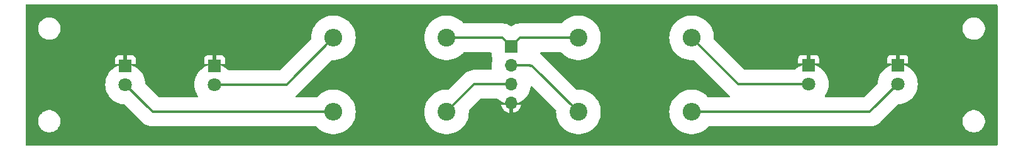
<source format=gbr>
%TF.GenerationSoftware,KiCad,Pcbnew,8.0.1*%
%TF.CreationDate,2025-01-25T17:14:54-05:00*%
%TF.ProjectId,carlights,6361726c-6967-4687-9473-2e6b69636164,rev?*%
%TF.SameCoordinates,Original*%
%TF.FileFunction,Copper,L2,Bot*%
%TF.FilePolarity,Positive*%
%FSLAX46Y46*%
G04 Gerber Fmt 4.6, Leading zero omitted, Abs format (unit mm)*
G04 Created by KiCad (PCBNEW 8.0.1) date 2025-01-25 17:14:54*
%MOMM*%
%LPD*%
G01*
G04 APERTURE LIST*
%TA.AperFunction,ComponentPad*%
%ADD10C,2.400000*%
%TD*%
%TA.AperFunction,ComponentPad*%
%ADD11O,2.400000X2.400000*%
%TD*%
%TA.AperFunction,ComponentPad*%
%ADD12R,1.700000X1.700000*%
%TD*%
%TA.AperFunction,ComponentPad*%
%ADD13O,1.700000X1.700000*%
%TD*%
%TA.AperFunction,ComponentPad*%
%ADD14R,1.800000X1.800000*%
%TD*%
%TA.AperFunction,ComponentPad*%
%ADD15C,1.800000*%
%TD*%
%TA.AperFunction,Conductor*%
%ADD16C,0.300000*%
%TD*%
G04 APERTURE END LIST*
D10*
%TO.P,R4,1*%
%TO.N,/Left*%
X147260000Y-103750000D03*
D11*
%TO.P,R4,2*%
%TO.N,Net-(D4-A)*%
X162500000Y-103750000D03*
%TD*%
D10*
%TO.P,R3,1*%
%TO.N,/Brake*%
X147260000Y-93750000D03*
D11*
%TO.P,R3,2*%
%TO.N,Net-(D3-A)*%
X162500000Y-93750000D03*
%TD*%
D10*
%TO.P,R2,1*%
%TO.N,/Brake*%
X129500000Y-93750000D03*
D11*
%TO.P,R2,2*%
%TO.N,Net-(D2-A)*%
X114260000Y-93750000D03*
%TD*%
D10*
%TO.P,R1,1*%
%TO.N,/Right*%
X129500000Y-103750000D03*
D11*
%TO.P,R1,2*%
%TO.N,Net-(D1-A)*%
X114260000Y-103750000D03*
%TD*%
D12*
%TO.P,J1,1,Pin_1*%
%TO.N,/Brake*%
X138200000Y-94950000D03*
D13*
%TO.P,J1,2,Pin_2*%
%TO.N,/Left*%
X138200000Y-97490000D03*
%TO.P,J1,3,Pin_3*%
%TO.N,/Right*%
X138200000Y-100030000D03*
%TO.P,J1,4,Pin_4*%
%TO.N,GND*%
X138200000Y-102570000D03*
%TD*%
D14*
%TO.P,D4,1,K*%
%TO.N,GND*%
X190250000Y-97460000D03*
D15*
%TO.P,D4,2,A*%
%TO.N,Net-(D4-A)*%
X190250000Y-100000000D03*
%TD*%
D14*
%TO.P,D3,1,K*%
%TO.N,GND*%
X178250000Y-97460000D03*
D15*
%TO.P,D3,2,A*%
%TO.N,Net-(D3-A)*%
X178250000Y-100000000D03*
%TD*%
D14*
%TO.P,D2,1,K*%
%TO.N,GND*%
X98250000Y-97500000D03*
D15*
%TO.P,D2,2,A*%
%TO.N,Net-(D2-A)*%
X98250000Y-100040000D03*
%TD*%
D14*
%TO.P,D1,1,K*%
%TO.N,GND*%
X86250000Y-97500000D03*
D15*
%TO.P,D1,2,A*%
%TO.N,Net-(D1-A)*%
X86250000Y-100040000D03*
%TD*%
D16*
%TO.N,Net-(D4-A)*%
X186500000Y-103750000D02*
X162500000Y-103750000D01*
X190250000Y-100000000D02*
X186500000Y-103750000D01*
%TO.N,Net-(D3-A)*%
X168750000Y-100000000D02*
X162500000Y-93750000D01*
X178250000Y-100000000D02*
X168750000Y-100000000D01*
%TO.N,/Brake*%
X139400000Y-93750000D02*
X147260000Y-93750000D01*
X138200000Y-94950000D02*
X139400000Y-93750000D01*
X137000000Y-93750000D02*
X138200000Y-94950000D01*
X129500000Y-93750000D02*
X137000000Y-93750000D01*
%TO.N,/Left*%
X141010000Y-97500000D02*
X140750000Y-97500000D01*
X147260000Y-103750000D02*
X141010000Y-97500000D01*
X140750000Y-97500000D02*
X140740000Y-97490000D01*
X140740000Y-97490000D02*
X138200000Y-97490000D01*
%TO.N,Net-(D2-A)*%
X107970000Y-100040000D02*
X114260000Y-93750000D01*
X98250000Y-100040000D02*
X107970000Y-100040000D01*
%TO.N,Net-(D1-A)*%
X89960000Y-103750000D02*
X86250000Y-100040000D01*
X114260000Y-103750000D02*
X89960000Y-103750000D01*
%TO.N,/Right*%
X133220000Y-100030000D02*
X138200000Y-100030000D01*
X129500000Y-103750000D02*
X133220000Y-100030000D01*
%TD*%
%TA.AperFunction,Conductor*%
%TO.N,GND*%
G36*
X203642539Y-89270185D02*
G01*
X203688294Y-89322989D01*
X203699500Y-89374500D01*
X203699500Y-108125500D01*
X203679815Y-108192539D01*
X203627011Y-108238294D01*
X203575500Y-108249500D01*
X72924500Y-108249500D01*
X72857461Y-108229815D01*
X72811706Y-108177011D01*
X72800500Y-108125500D01*
X72800500Y-105118097D01*
X74499500Y-105118097D01*
X74536446Y-105351368D01*
X74609433Y-105575996D01*
X74716657Y-105786433D01*
X74855483Y-105977510D01*
X75022490Y-106144517D01*
X75213567Y-106283343D01*
X75312991Y-106334002D01*
X75424003Y-106390566D01*
X75424005Y-106390566D01*
X75424008Y-106390568D01*
X75544412Y-106429689D01*
X75648631Y-106463553D01*
X75881903Y-106500500D01*
X75881908Y-106500500D01*
X76118097Y-106500500D01*
X76351368Y-106463553D01*
X76575992Y-106390568D01*
X76786433Y-106283343D01*
X76977510Y-106144517D01*
X77144517Y-105977510D01*
X77283343Y-105786433D01*
X77390568Y-105575992D01*
X77463553Y-105351368D01*
X77500500Y-105118097D01*
X77500500Y-104881902D01*
X77463553Y-104648631D01*
X77390566Y-104424003D01*
X77283342Y-104213566D01*
X77144517Y-104022490D01*
X76977510Y-103855483D01*
X76786433Y-103716657D01*
X76575996Y-103609433D01*
X76351368Y-103536446D01*
X76118097Y-103499500D01*
X76118092Y-103499500D01*
X75881908Y-103499500D01*
X75881903Y-103499500D01*
X75648631Y-103536446D01*
X75424003Y-103609433D01*
X75213566Y-103716657D01*
X75167674Y-103750000D01*
X75022490Y-103855483D01*
X75022488Y-103855485D01*
X75022487Y-103855485D01*
X74855485Y-104022487D01*
X74855485Y-104022488D01*
X74855483Y-104022490D01*
X74799948Y-104098927D01*
X74716657Y-104213566D01*
X74609433Y-104424003D01*
X74536446Y-104648631D01*
X74499500Y-104881902D01*
X74499500Y-105118097D01*
X72800500Y-105118097D01*
X72800500Y-100040000D01*
X83544564Y-100040000D01*
X83564289Y-100366099D01*
X83623178Y-100687452D01*
X83720366Y-100999342D01*
X83720370Y-100999354D01*
X83720373Y-100999361D01*
X83854455Y-101297279D01*
X83982811Y-101509605D01*
X84023473Y-101576868D01*
X84224954Y-101834039D01*
X84455960Y-102065045D01*
X84713131Y-102266526D01*
X84713134Y-102266528D01*
X84713137Y-102266530D01*
X84992721Y-102435545D01*
X85290639Y-102569627D01*
X85290652Y-102569631D01*
X85290657Y-102569633D01*
X85503080Y-102635826D01*
X85602547Y-102666821D01*
X85923896Y-102725710D01*
X86146660Y-102739184D01*
X86212388Y-102762880D01*
X86226854Y-102775277D01*
X88490390Y-105038813D01*
X88671182Y-105219606D01*
X88671187Y-105219610D01*
X88874035Y-105375261D01*
X88874042Y-105375265D01*
X89095457Y-105503100D01*
X89095462Y-105503102D01*
X89095465Y-105503104D01*
X89331687Y-105600950D01*
X89578660Y-105667126D01*
X89832157Y-105700500D01*
X111921598Y-105700500D01*
X111988637Y-105720185D01*
X112011792Y-105739406D01*
X112197442Y-105936183D01*
X112373903Y-106084251D01*
X112465186Y-106160847D01*
X112465194Y-106160853D01*
X112757203Y-106352911D01*
X112757207Y-106352913D01*
X113069549Y-106509777D01*
X113397989Y-106629319D01*
X113738086Y-106709923D01*
X114085241Y-106750500D01*
X114085248Y-106750500D01*
X114434752Y-106750500D01*
X114434759Y-106750500D01*
X114781914Y-106709923D01*
X115122011Y-106629319D01*
X115450451Y-106509777D01*
X115762793Y-106352913D01*
X116054811Y-106160849D01*
X116322558Y-105936183D01*
X116562412Y-105681953D01*
X116771130Y-105401596D01*
X116945889Y-105098904D01*
X117084326Y-104777971D01*
X117184569Y-104443136D01*
X117245262Y-104098927D01*
X117265585Y-103750003D01*
X126494415Y-103750003D01*
X126514738Y-104098927D01*
X126514739Y-104098938D01*
X126575428Y-104443127D01*
X126575430Y-104443134D01*
X126675674Y-104777972D01*
X126814107Y-105098895D01*
X126814113Y-105098908D01*
X126988870Y-105401597D01*
X127197584Y-105681949D01*
X127197589Y-105681955D01*
X127251792Y-105739406D01*
X127437442Y-105936183D01*
X127613903Y-106084251D01*
X127705186Y-106160847D01*
X127705194Y-106160853D01*
X127997203Y-106352911D01*
X127997207Y-106352913D01*
X128309549Y-106509777D01*
X128637989Y-106629319D01*
X128978086Y-106709923D01*
X129325241Y-106750500D01*
X129325248Y-106750500D01*
X129674752Y-106750500D01*
X129674759Y-106750500D01*
X130021914Y-106709923D01*
X130362011Y-106629319D01*
X130690451Y-106509777D01*
X131002793Y-106352913D01*
X131294811Y-106160849D01*
X131562558Y-105936183D01*
X131802412Y-105681953D01*
X132011130Y-105401596D01*
X132185889Y-105098904D01*
X132324326Y-104777971D01*
X132424569Y-104443136D01*
X132485262Y-104098927D01*
X132505585Y-103750000D01*
X132495216Y-103571986D01*
X132510969Y-103503917D01*
X132531321Y-103477100D01*
X133991604Y-102016819D01*
X134052927Y-101983334D01*
X134079285Y-101980500D01*
X136350764Y-101980500D01*
X136417803Y-102000185D01*
X136436332Y-102015116D01*
X136436375Y-102015069D01*
X136437398Y-102015975D01*
X136438445Y-102016819D01*
X136439177Y-102017551D01*
X136448746Y-102025048D01*
X136691592Y-102215306D01*
X136966000Y-102381191D01*
X137258402Y-102512791D01*
X137258411Y-102512793D01*
X137258419Y-102512797D01*
X137466427Y-102577615D01*
X137524575Y-102616352D01*
X137552549Y-102680378D01*
X137541467Y-102749363D01*
X137494849Y-102801406D01*
X137429537Y-102820000D01*
X136869364Y-102820000D01*
X136926567Y-103033486D01*
X136926570Y-103033492D01*
X137026399Y-103247578D01*
X137161894Y-103441082D01*
X137328917Y-103608105D01*
X137522421Y-103743600D01*
X137736507Y-103843429D01*
X137736516Y-103843433D01*
X137950000Y-103900634D01*
X137950000Y-103003012D01*
X138007007Y-103035925D01*
X138134174Y-103070000D01*
X138265826Y-103070000D01*
X138392993Y-103035925D01*
X138450000Y-103003012D01*
X138450000Y-103900633D01*
X138663483Y-103843433D01*
X138663492Y-103843429D01*
X138877578Y-103743600D01*
X139071082Y-103608105D01*
X139238105Y-103441082D01*
X139373600Y-103247578D01*
X139473429Y-103033492D01*
X139473432Y-103033486D01*
X139530636Y-102820000D01*
X138970463Y-102820000D01*
X138903424Y-102800315D01*
X138857669Y-102747511D01*
X138847725Y-102678353D01*
X138876750Y-102614797D01*
X138933573Y-102577615D01*
X139141580Y-102512797D01*
X139141584Y-102512795D01*
X139141598Y-102512791D01*
X139434000Y-102381191D01*
X139708408Y-102215306D01*
X139960819Y-102017554D01*
X140187554Y-101790819D01*
X140385306Y-101538408D01*
X140551191Y-101264000D01*
X140682791Y-100971598D01*
X140686605Y-100959361D01*
X140763033Y-100714094D01*
X140778186Y-100665466D01*
X140834542Y-100357939D01*
X140865986Y-100295551D01*
X140926173Y-100260063D01*
X140995991Y-100262748D01*
X141044190Y-100292614D01*
X144228673Y-103477097D01*
X144262158Y-103538420D01*
X144264782Y-103571987D01*
X144254415Y-103749995D01*
X144254415Y-103750003D01*
X144274738Y-104098927D01*
X144274739Y-104098938D01*
X144335428Y-104443127D01*
X144335430Y-104443134D01*
X144435674Y-104777972D01*
X144574107Y-105098895D01*
X144574113Y-105098908D01*
X144748870Y-105401597D01*
X144957584Y-105681949D01*
X144957589Y-105681955D01*
X145011792Y-105739406D01*
X145197442Y-105936183D01*
X145373903Y-106084251D01*
X145465186Y-106160847D01*
X145465194Y-106160853D01*
X145757203Y-106352911D01*
X145757207Y-106352913D01*
X146069549Y-106509777D01*
X146397989Y-106629319D01*
X146738086Y-106709923D01*
X147085241Y-106750500D01*
X147085248Y-106750500D01*
X147434752Y-106750500D01*
X147434759Y-106750500D01*
X147781914Y-106709923D01*
X148122011Y-106629319D01*
X148450451Y-106509777D01*
X148762793Y-106352913D01*
X149054811Y-106160849D01*
X149322558Y-105936183D01*
X149562412Y-105681953D01*
X149771130Y-105401596D01*
X149945889Y-105098904D01*
X150084326Y-104777971D01*
X150184569Y-104443136D01*
X150245262Y-104098927D01*
X150265585Y-103750003D01*
X159494415Y-103750003D01*
X159514738Y-104098927D01*
X159514739Y-104098938D01*
X159575428Y-104443127D01*
X159575430Y-104443134D01*
X159675674Y-104777972D01*
X159814107Y-105098895D01*
X159814113Y-105098908D01*
X159988870Y-105401597D01*
X160197584Y-105681949D01*
X160197589Y-105681955D01*
X160251792Y-105739406D01*
X160437442Y-105936183D01*
X160613903Y-106084251D01*
X160705186Y-106160847D01*
X160705194Y-106160853D01*
X160997203Y-106352911D01*
X160997207Y-106352913D01*
X161309549Y-106509777D01*
X161637989Y-106629319D01*
X161978086Y-106709923D01*
X162325241Y-106750500D01*
X162325248Y-106750500D01*
X162674752Y-106750500D01*
X162674759Y-106750500D01*
X163021914Y-106709923D01*
X163362011Y-106629319D01*
X163690451Y-106509777D01*
X164002793Y-106352913D01*
X164294811Y-106160849D01*
X164562558Y-105936183D01*
X164748208Y-105739406D01*
X164808531Y-105704152D01*
X164838402Y-105700500D01*
X186627836Y-105700500D01*
X186627843Y-105700500D01*
X186881340Y-105667126D01*
X187128313Y-105600950D01*
X187364535Y-105503104D01*
X187585965Y-105375261D01*
X187788813Y-105219610D01*
X187890326Y-105118097D01*
X198999500Y-105118097D01*
X199036446Y-105351368D01*
X199109433Y-105575996D01*
X199216657Y-105786433D01*
X199355483Y-105977510D01*
X199522490Y-106144517D01*
X199713567Y-106283343D01*
X199812991Y-106334002D01*
X199924003Y-106390566D01*
X199924005Y-106390566D01*
X199924008Y-106390568D01*
X200044412Y-106429689D01*
X200148631Y-106463553D01*
X200381903Y-106500500D01*
X200381908Y-106500500D01*
X200618097Y-106500500D01*
X200851368Y-106463553D01*
X201075992Y-106390568D01*
X201286433Y-106283343D01*
X201477510Y-106144517D01*
X201644517Y-105977510D01*
X201783343Y-105786433D01*
X201890568Y-105575992D01*
X201963553Y-105351368D01*
X202000500Y-105118097D01*
X202000500Y-104881902D01*
X201963553Y-104648631D01*
X201890566Y-104424003D01*
X201783342Y-104213566D01*
X201644517Y-104022490D01*
X201477510Y-103855483D01*
X201286433Y-103716657D01*
X201075996Y-103609433D01*
X200851368Y-103536446D01*
X200618097Y-103499500D01*
X200618092Y-103499500D01*
X200381908Y-103499500D01*
X200381903Y-103499500D01*
X200148631Y-103536446D01*
X199924003Y-103609433D01*
X199713566Y-103716657D01*
X199667674Y-103750000D01*
X199522490Y-103855483D01*
X199522488Y-103855485D01*
X199522487Y-103855485D01*
X199355485Y-104022487D01*
X199355485Y-104022488D01*
X199355483Y-104022490D01*
X199299948Y-104098927D01*
X199216657Y-104213566D01*
X199109433Y-104424003D01*
X199036446Y-104648631D01*
X198999500Y-104881902D01*
X198999500Y-105118097D01*
X187890326Y-105118097D01*
X190273147Y-102735275D01*
X190334468Y-102701792D01*
X190353332Y-102699185D01*
X190576104Y-102685710D01*
X190897453Y-102626821D01*
X191209361Y-102529627D01*
X191507279Y-102395545D01*
X191786863Y-102226530D01*
X192044036Y-102025048D01*
X192275048Y-101794036D01*
X192476530Y-101536863D01*
X192645545Y-101257279D01*
X192779627Y-100959361D01*
X192876821Y-100647453D01*
X192935710Y-100326104D01*
X192955436Y-100000000D01*
X192935710Y-99673896D01*
X192876821Y-99352547D01*
X192792097Y-99080657D01*
X192779633Y-99040657D01*
X192779631Y-99040652D01*
X192779627Y-99040639D01*
X192645545Y-98742721D01*
X192476530Y-98463137D01*
X192476528Y-98463134D01*
X192476526Y-98463131D01*
X192275045Y-98205960D01*
X192044039Y-97974954D01*
X191786868Y-97773473D01*
X191725386Y-97736306D01*
X191507279Y-97604455D01*
X191209361Y-97470373D01*
X191209354Y-97470370D01*
X191209342Y-97470366D01*
X191151637Y-97452385D01*
X191093489Y-97413648D01*
X191065515Y-97349623D01*
X191076597Y-97280637D01*
X191123215Y-97228594D01*
X191188527Y-97210000D01*
X191650000Y-97210000D01*
X191650000Y-96512172D01*
X191649999Y-96512155D01*
X191643598Y-96452627D01*
X191643596Y-96452620D01*
X191593354Y-96317913D01*
X191593350Y-96317906D01*
X191507190Y-96202812D01*
X191507187Y-96202809D01*
X191392093Y-96116649D01*
X191392086Y-96116645D01*
X191257379Y-96066403D01*
X191257372Y-96066401D01*
X191197844Y-96060000D01*
X190500000Y-96060000D01*
X190500000Y-97084722D01*
X190423694Y-97040667D01*
X190309244Y-97010000D01*
X190190756Y-97010000D01*
X190076306Y-97040667D01*
X190000000Y-97084722D01*
X190000000Y-96060000D01*
X189302155Y-96060000D01*
X189242627Y-96066401D01*
X189242620Y-96066403D01*
X189107913Y-96116645D01*
X189107906Y-96116649D01*
X188992812Y-96202809D01*
X188992809Y-96202812D01*
X188906649Y-96317906D01*
X188906645Y-96317913D01*
X188856403Y-96452620D01*
X188856401Y-96452627D01*
X188850000Y-96512155D01*
X188850000Y-97210000D01*
X189311473Y-97210000D01*
X189378512Y-97229685D01*
X189424267Y-97282489D01*
X189434211Y-97351647D01*
X189405186Y-97415203D01*
X189348363Y-97452385D01*
X189290657Y-97470366D01*
X189290641Y-97470372D01*
X189290639Y-97470373D01*
X189201765Y-97510372D01*
X188992725Y-97604453D01*
X188992723Y-97604454D01*
X188713131Y-97773473D01*
X188455960Y-97974954D01*
X188224954Y-98205960D01*
X188023473Y-98463131D01*
X187854454Y-98742723D01*
X187854453Y-98742725D01*
X187720372Y-99040642D01*
X187720366Y-99040657D01*
X187623178Y-99352547D01*
X187564289Y-99673899D01*
X187550814Y-99896660D01*
X187527117Y-99962388D01*
X187514721Y-99976853D01*
X185728396Y-101763181D01*
X185667073Y-101796666D01*
X185640715Y-101799500D01*
X180525439Y-101799500D01*
X180458400Y-101779815D01*
X180412645Y-101727011D01*
X180402701Y-101657853D01*
X180427828Y-101599027D01*
X180467007Y-101549017D01*
X180476530Y-101536863D01*
X180645545Y-101257279D01*
X180779627Y-100959361D01*
X180876821Y-100647453D01*
X180935710Y-100326104D01*
X180955436Y-100000000D01*
X180935710Y-99673896D01*
X180876821Y-99352547D01*
X180792097Y-99080657D01*
X180779633Y-99040657D01*
X180779631Y-99040652D01*
X180779627Y-99040639D01*
X180645545Y-98742721D01*
X180476530Y-98463137D01*
X180476528Y-98463134D01*
X180476526Y-98463131D01*
X180275045Y-98205960D01*
X180044039Y-97974954D01*
X179786868Y-97773473D01*
X179725386Y-97736306D01*
X179507279Y-97604455D01*
X179209361Y-97470373D01*
X179209354Y-97470370D01*
X179209342Y-97470366D01*
X179151637Y-97452385D01*
X179093489Y-97413648D01*
X179065515Y-97349623D01*
X179076597Y-97280637D01*
X179123215Y-97228594D01*
X179188527Y-97210000D01*
X179650000Y-97210000D01*
X179650000Y-96512172D01*
X179649999Y-96512155D01*
X179643598Y-96452627D01*
X179643596Y-96452620D01*
X179593354Y-96317913D01*
X179593350Y-96317906D01*
X179507190Y-96202812D01*
X179507187Y-96202809D01*
X179392093Y-96116649D01*
X179392086Y-96116645D01*
X179257379Y-96066403D01*
X179257372Y-96066401D01*
X179197844Y-96060000D01*
X178500000Y-96060000D01*
X178500000Y-97084722D01*
X178423694Y-97040667D01*
X178309244Y-97010000D01*
X178190756Y-97010000D01*
X178076306Y-97040667D01*
X178000000Y-97084722D01*
X178000000Y-96060000D01*
X177302155Y-96060000D01*
X177242627Y-96066401D01*
X177242620Y-96066403D01*
X177107913Y-96116645D01*
X177107906Y-96116649D01*
X176992812Y-96202809D01*
X176992809Y-96202812D01*
X176906649Y-96317906D01*
X176906645Y-96317913D01*
X176856403Y-96452620D01*
X176856401Y-96452627D01*
X176850000Y-96512155D01*
X176850000Y-97210000D01*
X177311473Y-97210000D01*
X177378512Y-97229685D01*
X177424267Y-97282489D01*
X177434211Y-97351647D01*
X177405186Y-97415203D01*
X177348363Y-97452385D01*
X177290657Y-97470366D01*
X177290641Y-97470372D01*
X177290639Y-97470373D01*
X177201765Y-97510372D01*
X176992725Y-97604453D01*
X176992723Y-97604454D01*
X176713131Y-97773473D01*
X176455960Y-97974954D01*
X176417736Y-98013180D01*
X176356414Y-98046666D01*
X176330054Y-98049500D01*
X169609286Y-98049500D01*
X169542247Y-98029815D01*
X169521605Y-98013181D01*
X165531325Y-94022902D01*
X165497840Y-93961579D01*
X165495216Y-93928010D01*
X165505585Y-93750002D01*
X165505585Y-93749996D01*
X165499441Y-93644514D01*
X165485262Y-93401073D01*
X165465048Y-93286433D01*
X165424571Y-93056872D01*
X165424569Y-93056865D01*
X165424569Y-93056864D01*
X165324326Y-92722029D01*
X165279494Y-92618097D01*
X198999500Y-92618097D01*
X199036446Y-92851368D01*
X199109433Y-93075996D01*
X199216657Y-93286433D01*
X199355483Y-93477510D01*
X199522490Y-93644517D01*
X199713567Y-93783343D01*
X199812991Y-93834002D01*
X199924003Y-93890566D01*
X199924005Y-93890566D01*
X199924008Y-93890568D01*
X200039242Y-93928010D01*
X200148631Y-93963553D01*
X200381903Y-94000500D01*
X200381908Y-94000500D01*
X200618097Y-94000500D01*
X200851368Y-93963553D01*
X200857443Y-93961579D01*
X201075992Y-93890568D01*
X201286433Y-93783343D01*
X201477510Y-93644517D01*
X201644517Y-93477510D01*
X201783343Y-93286433D01*
X201890568Y-93075992D01*
X201963553Y-92851368D01*
X202000500Y-92618097D01*
X202000500Y-92381902D01*
X201963553Y-92148631D01*
X201890566Y-91924003D01*
X201783342Y-91713566D01*
X201644517Y-91522490D01*
X201477510Y-91355483D01*
X201286433Y-91216657D01*
X201075996Y-91109433D01*
X200851368Y-91036446D01*
X200618097Y-90999500D01*
X200618092Y-90999500D01*
X200381908Y-90999500D01*
X200381903Y-90999500D01*
X200148631Y-91036446D01*
X199924003Y-91109433D01*
X199713566Y-91216657D01*
X199604550Y-91295862D01*
X199522490Y-91355483D01*
X199522488Y-91355485D01*
X199522487Y-91355485D01*
X199355485Y-91522487D01*
X199355485Y-91522488D01*
X199355483Y-91522490D01*
X199325457Y-91563817D01*
X199216657Y-91713566D01*
X199109433Y-91924003D01*
X199036446Y-92148631D01*
X198999500Y-92381902D01*
X198999500Y-92618097D01*
X165279494Y-92618097D01*
X165185889Y-92401096D01*
X165026338Y-92124745D01*
X165011129Y-92098402D01*
X164802415Y-91818050D01*
X164802410Y-91818044D01*
X164686433Y-91695117D01*
X164562558Y-91563817D01*
X164414488Y-91439572D01*
X164294813Y-91339152D01*
X164294805Y-91339146D01*
X164002796Y-91147088D01*
X163690458Y-90990226D01*
X163690452Y-90990223D01*
X163362012Y-90870681D01*
X163362009Y-90870680D01*
X163021915Y-90790077D01*
X162978519Y-90785004D01*
X162674759Y-90749500D01*
X162325241Y-90749500D01*
X162021480Y-90785004D01*
X161978085Y-90790077D01*
X161978083Y-90790077D01*
X161637990Y-90870680D01*
X161637987Y-90870681D01*
X161309547Y-90990223D01*
X161309541Y-90990226D01*
X160997203Y-91147088D01*
X160705194Y-91339146D01*
X160705186Y-91339152D01*
X160437442Y-91563817D01*
X160437440Y-91563819D01*
X160197589Y-91818044D01*
X160197584Y-91818050D01*
X159988870Y-92098402D01*
X159814113Y-92401091D01*
X159814107Y-92401104D01*
X159675674Y-92722027D01*
X159575430Y-93056865D01*
X159575428Y-93056872D01*
X159514739Y-93401061D01*
X159514738Y-93401072D01*
X159494415Y-93749996D01*
X159494415Y-93750003D01*
X159514738Y-94098927D01*
X159514739Y-94098938D01*
X159575428Y-94443127D01*
X159575430Y-94443134D01*
X159675674Y-94777972D01*
X159814107Y-95098895D01*
X159814113Y-95098908D01*
X159988870Y-95401597D01*
X160197584Y-95681949D01*
X160197589Y-95681955D01*
X160283476Y-95772989D01*
X160437442Y-95936183D01*
X160613903Y-96084251D01*
X160705186Y-96160847D01*
X160705194Y-96160853D01*
X160997203Y-96352911D01*
X161275400Y-96492627D01*
X161309549Y-96509777D01*
X161637989Y-96629319D01*
X161978086Y-96709923D01*
X162325241Y-96750500D01*
X162325248Y-96750500D01*
X162674748Y-96750500D01*
X162674759Y-96750500D01*
X162675385Y-96750426D01*
X162675543Y-96750453D01*
X162678354Y-96750290D01*
X162678366Y-96750500D01*
X162678367Y-96750500D01*
X162678367Y-96750512D01*
X162678391Y-96750940D01*
X162744254Y-96762182D01*
X162777480Y-96785904D01*
X167461181Y-101469606D01*
X167461188Y-101469612D01*
X167601301Y-101577124D01*
X167642504Y-101633552D01*
X167646659Y-101703298D01*
X167612447Y-101764218D01*
X167550730Y-101796971D01*
X167525815Y-101799500D01*
X164838402Y-101799500D01*
X164771363Y-101779815D01*
X164748208Y-101760594D01*
X164746154Y-101758417D01*
X164562558Y-101563817D01*
X164414488Y-101439572D01*
X164294813Y-101339152D01*
X164294805Y-101339146D01*
X164002796Y-101147088D01*
X163690458Y-100990226D01*
X163690452Y-100990223D01*
X163362012Y-100870681D01*
X163362009Y-100870680D01*
X163021915Y-100790077D01*
X162978519Y-100785004D01*
X162674759Y-100749500D01*
X162325241Y-100749500D01*
X162021480Y-100785004D01*
X161978085Y-100790077D01*
X161978083Y-100790077D01*
X161637990Y-100870680D01*
X161637987Y-100870681D01*
X161309547Y-100990223D01*
X161309541Y-100990226D01*
X160997203Y-101147088D01*
X160705194Y-101339146D01*
X160705186Y-101339152D01*
X160437442Y-101563817D01*
X160437440Y-101563819D01*
X160197589Y-101818044D01*
X160197584Y-101818050D01*
X159988870Y-102098402D01*
X159814113Y-102401091D01*
X159814107Y-102401104D01*
X159675674Y-102722027D01*
X159575430Y-103056865D01*
X159575428Y-103056872D01*
X159514739Y-103401061D01*
X159514738Y-103401072D01*
X159494415Y-103749996D01*
X159494415Y-103750003D01*
X150265585Y-103750003D01*
X150265585Y-103750000D01*
X150245262Y-103401073D01*
X150218197Y-103247578D01*
X150184571Y-103056872D01*
X150184569Y-103056865D01*
X150130723Y-102877007D01*
X150084326Y-102722029D01*
X149945889Y-102401096D01*
X149771130Y-102098404D01*
X149771129Y-102098402D01*
X149562415Y-101818050D01*
X149562410Y-101818044D01*
X149446433Y-101695117D01*
X149322558Y-101563817D01*
X149174488Y-101439572D01*
X149054813Y-101339152D01*
X149054805Y-101339146D01*
X148762796Y-101147088D01*
X148450458Y-100990226D01*
X148450452Y-100990223D01*
X148122012Y-100870681D01*
X148122009Y-100870680D01*
X147781915Y-100790077D01*
X147738519Y-100785004D01*
X147434759Y-100749500D01*
X147085241Y-100749500D01*
X147085218Y-100749501D01*
X147084579Y-100749576D01*
X147084415Y-100749548D01*
X147081631Y-100749710D01*
X147081593Y-100749065D01*
X147015709Y-100737799D01*
X146982518Y-100714094D01*
X142298818Y-96030394D01*
X142298811Y-96030388D01*
X142158699Y-95922876D01*
X142117496Y-95866448D01*
X142113341Y-95796702D01*
X142147553Y-95735782D01*
X142209271Y-95703029D01*
X142234185Y-95700500D01*
X144921598Y-95700500D01*
X144988637Y-95720185D01*
X145011792Y-95739406D01*
X145197442Y-95936183D01*
X145373903Y-96084251D01*
X145465186Y-96160847D01*
X145465194Y-96160853D01*
X145757203Y-96352911D01*
X146035400Y-96492627D01*
X146069549Y-96509777D01*
X146397989Y-96629319D01*
X146738086Y-96709923D01*
X147085241Y-96750500D01*
X147085248Y-96750500D01*
X147434752Y-96750500D01*
X147434759Y-96750500D01*
X147781914Y-96709923D01*
X148122011Y-96629319D01*
X148450451Y-96509777D01*
X148762793Y-96352913D01*
X149054811Y-96160849D01*
X149322558Y-95936183D01*
X149562412Y-95681953D01*
X149771130Y-95401596D01*
X149945889Y-95098904D01*
X150084326Y-94777971D01*
X150184569Y-94443136D01*
X150245262Y-94098927D01*
X150265585Y-93750000D01*
X150245262Y-93401073D01*
X150225048Y-93286433D01*
X150184571Y-93056872D01*
X150184569Y-93056865D01*
X150184569Y-93056864D01*
X150084326Y-92722029D01*
X149945889Y-92401096D01*
X149786338Y-92124745D01*
X149771129Y-92098402D01*
X149562415Y-91818050D01*
X149562410Y-91818044D01*
X149446433Y-91695117D01*
X149322558Y-91563817D01*
X149174488Y-91439572D01*
X149054813Y-91339152D01*
X149054805Y-91339146D01*
X148762796Y-91147088D01*
X148450458Y-90990226D01*
X148450452Y-90990223D01*
X148122012Y-90870681D01*
X148122009Y-90870680D01*
X147781915Y-90790077D01*
X147738519Y-90785004D01*
X147434759Y-90749500D01*
X147085241Y-90749500D01*
X146781480Y-90785004D01*
X146738085Y-90790077D01*
X146738083Y-90790077D01*
X146397990Y-90870680D01*
X146397987Y-90870681D01*
X146069547Y-90990223D01*
X146069541Y-90990226D01*
X145757203Y-91147088D01*
X145465194Y-91339146D01*
X145465186Y-91339152D01*
X145197442Y-91563817D01*
X145197440Y-91563819D01*
X145011792Y-91760594D01*
X144951469Y-91795848D01*
X144921598Y-91799500D01*
X139272149Y-91799500D01*
X139046826Y-91829165D01*
X139018660Y-91832874D01*
X138771687Y-91899050D01*
X138771677Y-91899053D01*
X138535468Y-91996894D01*
X138535457Y-91996899D01*
X138314042Y-92124734D01*
X138314025Y-92124745D01*
X138275486Y-92154318D01*
X138210316Y-92179512D01*
X138141872Y-92165473D01*
X138124514Y-92154318D01*
X138085974Y-92124745D01*
X138085957Y-92124734D01*
X137864542Y-91996899D01*
X137864531Y-91996894D01*
X137628322Y-91899053D01*
X137628315Y-91899051D01*
X137628313Y-91899050D01*
X137381340Y-91832874D01*
X137325007Y-91825457D01*
X137127850Y-91799500D01*
X137127843Y-91799500D01*
X131838402Y-91799500D01*
X131771363Y-91779815D01*
X131748208Y-91760594D01*
X131703839Y-91713566D01*
X131562558Y-91563817D01*
X131414488Y-91439572D01*
X131294813Y-91339152D01*
X131294805Y-91339146D01*
X131002796Y-91147088D01*
X130690458Y-90990226D01*
X130690452Y-90990223D01*
X130362012Y-90870681D01*
X130362009Y-90870680D01*
X130021915Y-90790077D01*
X129978519Y-90785004D01*
X129674759Y-90749500D01*
X129325241Y-90749500D01*
X129021480Y-90785004D01*
X128978085Y-90790077D01*
X128978083Y-90790077D01*
X128637990Y-90870680D01*
X128637987Y-90870681D01*
X128309547Y-90990223D01*
X128309541Y-90990226D01*
X127997203Y-91147088D01*
X127705194Y-91339146D01*
X127705186Y-91339152D01*
X127437442Y-91563817D01*
X127437440Y-91563819D01*
X127197589Y-91818044D01*
X127197584Y-91818050D01*
X126988870Y-92098402D01*
X126814113Y-92401091D01*
X126814107Y-92401104D01*
X126675674Y-92722027D01*
X126575430Y-93056865D01*
X126575428Y-93056872D01*
X126514739Y-93401061D01*
X126514738Y-93401072D01*
X126494415Y-93749996D01*
X126494415Y-93750003D01*
X126514738Y-94098927D01*
X126514739Y-94098938D01*
X126575428Y-94443127D01*
X126575430Y-94443134D01*
X126675674Y-94777972D01*
X126814107Y-95098895D01*
X126814113Y-95098908D01*
X126988870Y-95401597D01*
X127197584Y-95681949D01*
X127197589Y-95681955D01*
X127283476Y-95772989D01*
X127437442Y-95936183D01*
X127613903Y-96084251D01*
X127705186Y-96160847D01*
X127705194Y-96160853D01*
X127997203Y-96352911D01*
X128275400Y-96492627D01*
X128309549Y-96509777D01*
X128637989Y-96629319D01*
X128978086Y-96709923D01*
X129325241Y-96750500D01*
X129325248Y-96750500D01*
X129674752Y-96750500D01*
X129674759Y-96750500D01*
X130021914Y-96709923D01*
X130362011Y-96629319D01*
X130690451Y-96509777D01*
X131002793Y-96352913D01*
X131294811Y-96160849D01*
X131562558Y-95936183D01*
X131748208Y-95739406D01*
X131808531Y-95704152D01*
X131838402Y-95700500D01*
X135425501Y-95700500D01*
X135492540Y-95720185D01*
X135538295Y-95772989D01*
X135549501Y-95824500D01*
X135549501Y-95889903D01*
X135555804Y-96002158D01*
X135555805Y-96002165D01*
X135605971Y-96267299D01*
X135605973Y-96267309D01*
X135637677Y-96357913D01*
X135691654Y-96512172D01*
X135696635Y-96526405D01*
X135695163Y-96526919D01*
X135703077Y-96589547D01*
X135699044Y-96606693D01*
X135621816Y-96854525D01*
X135564014Y-97169939D01*
X135544655Y-97490000D01*
X135564014Y-97810060D01*
X135564014Y-97810065D01*
X135564015Y-97810066D01*
X135586570Y-97933150D01*
X135579293Y-98002638D01*
X135535601Y-98057162D01*
X135469368Y-98079408D01*
X135464602Y-98079500D01*
X133092149Y-98079500D01*
X132866826Y-98109165D01*
X132838660Y-98112874D01*
X132591687Y-98179050D01*
X132591677Y-98179053D01*
X132355468Y-98276894D01*
X132355457Y-98276899D01*
X132134042Y-98404734D01*
X132134026Y-98404745D01*
X131931188Y-98560388D01*
X131931181Y-98560394D01*
X129777481Y-100714094D01*
X129716158Y-100747579D01*
X129678385Y-100749430D01*
X129678369Y-100749710D01*
X129675768Y-100749558D01*
X129675416Y-100749576D01*
X129674771Y-100749500D01*
X129674759Y-100749500D01*
X129325241Y-100749500D01*
X129021480Y-100785004D01*
X128978085Y-100790077D01*
X128978083Y-100790077D01*
X128637990Y-100870680D01*
X128637987Y-100870681D01*
X128309547Y-100990223D01*
X128309541Y-100990226D01*
X127997203Y-101147088D01*
X127705194Y-101339146D01*
X127705186Y-101339152D01*
X127437442Y-101563817D01*
X127437440Y-101563819D01*
X127197589Y-101818044D01*
X127197584Y-101818050D01*
X126988870Y-102098402D01*
X126814113Y-102401091D01*
X126814107Y-102401104D01*
X126675674Y-102722027D01*
X126575430Y-103056865D01*
X126575428Y-103056872D01*
X126514739Y-103401061D01*
X126514738Y-103401072D01*
X126494415Y-103749996D01*
X126494415Y-103750003D01*
X117265585Y-103750003D01*
X117265585Y-103750000D01*
X117245262Y-103401073D01*
X117218197Y-103247578D01*
X117184571Y-103056872D01*
X117184569Y-103056865D01*
X117130723Y-102877007D01*
X117084326Y-102722029D01*
X116945889Y-102401096D01*
X116771130Y-102098404D01*
X116771129Y-102098402D01*
X116562415Y-101818050D01*
X116562410Y-101818044D01*
X116446433Y-101695117D01*
X116322558Y-101563817D01*
X116174488Y-101439572D01*
X116054813Y-101339152D01*
X116054805Y-101339146D01*
X115762796Y-101147088D01*
X115450458Y-100990226D01*
X115450452Y-100990223D01*
X115122012Y-100870681D01*
X115122009Y-100870680D01*
X114781915Y-100790077D01*
X114738519Y-100785004D01*
X114434759Y-100749500D01*
X114085241Y-100749500D01*
X113781480Y-100785004D01*
X113738085Y-100790077D01*
X113738083Y-100790077D01*
X113397990Y-100870680D01*
X113397987Y-100870681D01*
X113069547Y-100990223D01*
X113069541Y-100990226D01*
X112757203Y-101147088D01*
X112465194Y-101339146D01*
X112465186Y-101339152D01*
X112197442Y-101563817D01*
X112197440Y-101563819D01*
X112011792Y-101760594D01*
X111951469Y-101795848D01*
X111921598Y-101799500D01*
X109246314Y-101799500D01*
X109179275Y-101779815D01*
X109133520Y-101727011D01*
X109123576Y-101657853D01*
X109152601Y-101594297D01*
X109170827Y-101577124D01*
X109171167Y-101576863D01*
X109258813Y-101509610D01*
X113982519Y-96785902D01*
X114043840Y-96752419D01*
X114081629Y-96750570D01*
X114081633Y-96750512D01*
X114081633Y-96750500D01*
X114081634Y-96750500D01*
X114081646Y-96750290D01*
X114084256Y-96750442D01*
X114084601Y-96750425D01*
X114085241Y-96750500D01*
X114085248Y-96750500D01*
X114434752Y-96750500D01*
X114434759Y-96750500D01*
X114781914Y-96709923D01*
X115122011Y-96629319D01*
X115450451Y-96509777D01*
X115762793Y-96352913D01*
X116054811Y-96160849D01*
X116322558Y-95936183D01*
X116562412Y-95681953D01*
X116771130Y-95401596D01*
X116945889Y-95098904D01*
X117084326Y-94777971D01*
X117184569Y-94443136D01*
X117245262Y-94098927D01*
X117265585Y-93750000D01*
X117245262Y-93401073D01*
X117225048Y-93286433D01*
X117184571Y-93056872D01*
X117184569Y-93056865D01*
X117184569Y-93056864D01*
X117084326Y-92722029D01*
X116945889Y-92401096D01*
X116786338Y-92124745D01*
X116771129Y-92098402D01*
X116562415Y-91818050D01*
X116562410Y-91818044D01*
X116446433Y-91695117D01*
X116322558Y-91563817D01*
X116174488Y-91439572D01*
X116054813Y-91339152D01*
X116054805Y-91339146D01*
X115762796Y-91147088D01*
X115450458Y-90990226D01*
X115450452Y-90990223D01*
X115122012Y-90870681D01*
X115122009Y-90870680D01*
X114781915Y-90790077D01*
X114738519Y-90785004D01*
X114434759Y-90749500D01*
X114085241Y-90749500D01*
X113781480Y-90785004D01*
X113738085Y-90790077D01*
X113738083Y-90790077D01*
X113397990Y-90870680D01*
X113397987Y-90870681D01*
X113069547Y-90990223D01*
X113069541Y-90990226D01*
X112757203Y-91147088D01*
X112465194Y-91339146D01*
X112465186Y-91339152D01*
X112197442Y-91563817D01*
X112197440Y-91563819D01*
X111957589Y-91818044D01*
X111957584Y-91818050D01*
X111748870Y-92098402D01*
X111574113Y-92401091D01*
X111574107Y-92401104D01*
X111435674Y-92722027D01*
X111335430Y-93056865D01*
X111335428Y-93056872D01*
X111274739Y-93401061D01*
X111274738Y-93401072D01*
X111254415Y-93749996D01*
X111254415Y-93750004D01*
X111264782Y-93928012D01*
X111249029Y-93996082D01*
X111228673Y-94022902D01*
X107198396Y-98053181D01*
X107137073Y-98086666D01*
X107110715Y-98089500D01*
X100169946Y-98089500D01*
X100102907Y-98069815D01*
X100082264Y-98053180D01*
X100044039Y-98014954D01*
X99786868Y-97813473D01*
X99720695Y-97773470D01*
X99507279Y-97644455D01*
X99209361Y-97510373D01*
X99209354Y-97510370D01*
X99209342Y-97510366D01*
X99151637Y-97492385D01*
X99093489Y-97453648D01*
X99065515Y-97389623D01*
X99076597Y-97320637D01*
X99123215Y-97268594D01*
X99188527Y-97250000D01*
X99650000Y-97250000D01*
X99650000Y-96552172D01*
X99649999Y-96552155D01*
X99643598Y-96492627D01*
X99643596Y-96492620D01*
X99593354Y-96357913D01*
X99593350Y-96357906D01*
X99507190Y-96242812D01*
X99507187Y-96242809D01*
X99392093Y-96156649D01*
X99392086Y-96156645D01*
X99257379Y-96106403D01*
X99257372Y-96106401D01*
X99197844Y-96100000D01*
X98500000Y-96100000D01*
X98500000Y-97124722D01*
X98423694Y-97080667D01*
X98309244Y-97050000D01*
X98190756Y-97050000D01*
X98076306Y-97080667D01*
X98000000Y-97124722D01*
X98000000Y-96100000D01*
X97302155Y-96100000D01*
X97242627Y-96106401D01*
X97242620Y-96106403D01*
X97107913Y-96156645D01*
X97107906Y-96156649D01*
X96992812Y-96242809D01*
X96992809Y-96242812D01*
X96906649Y-96357906D01*
X96906645Y-96357913D01*
X96856403Y-96492620D01*
X96856401Y-96492627D01*
X96850000Y-96552155D01*
X96850000Y-97250000D01*
X97311473Y-97250000D01*
X97378512Y-97269685D01*
X97424267Y-97322489D01*
X97434211Y-97391647D01*
X97405186Y-97455203D01*
X97348363Y-97492385D01*
X97290657Y-97510366D01*
X97290641Y-97510372D01*
X97290639Y-97510373D01*
X97182052Y-97559244D01*
X96992725Y-97644453D01*
X96992723Y-97644454D01*
X96713131Y-97813473D01*
X96455960Y-98014954D01*
X96224954Y-98245960D01*
X96023473Y-98503131D01*
X95896708Y-98712825D01*
X95854455Y-98782721D01*
X95738368Y-99040657D01*
X95720372Y-99080642D01*
X95720366Y-99080657D01*
X95623178Y-99392547D01*
X95564289Y-99713900D01*
X95544564Y-100040000D01*
X95564289Y-100366099D01*
X95623178Y-100687452D01*
X95720366Y-100999342D01*
X95720370Y-100999354D01*
X95720373Y-100999361D01*
X95854455Y-101297279D01*
X95982811Y-101509605D01*
X96023470Y-101576863D01*
X96040834Y-101599026D01*
X96066684Y-101663938D01*
X96053336Y-101732521D01*
X96005028Y-101783000D01*
X95943224Y-101799500D01*
X90819285Y-101799500D01*
X90752246Y-101779815D01*
X90731604Y-101763181D01*
X88985277Y-100016854D01*
X88951792Y-99955531D01*
X88949184Y-99936666D01*
X88935710Y-99713896D01*
X88876821Y-99392547D01*
X88779627Y-99080639D01*
X88645545Y-98782721D01*
X88476530Y-98503137D01*
X88476528Y-98503134D01*
X88476526Y-98503131D01*
X88275045Y-98245960D01*
X88044039Y-98014954D01*
X87786868Y-97813473D01*
X87720695Y-97773470D01*
X87507279Y-97644455D01*
X87209361Y-97510373D01*
X87209354Y-97510370D01*
X87209342Y-97510366D01*
X87151637Y-97492385D01*
X87093489Y-97453648D01*
X87065515Y-97389623D01*
X87076597Y-97320637D01*
X87123215Y-97268594D01*
X87188527Y-97250000D01*
X87650000Y-97250000D01*
X87650000Y-96552172D01*
X87649999Y-96552155D01*
X87643598Y-96492627D01*
X87643596Y-96492620D01*
X87593354Y-96357913D01*
X87593350Y-96357906D01*
X87507190Y-96242812D01*
X87507187Y-96242809D01*
X87392093Y-96156649D01*
X87392086Y-96156645D01*
X87257379Y-96106403D01*
X87257372Y-96106401D01*
X87197844Y-96100000D01*
X86500000Y-96100000D01*
X86500000Y-97124722D01*
X86423694Y-97080667D01*
X86309244Y-97050000D01*
X86190756Y-97050000D01*
X86076306Y-97080667D01*
X86000000Y-97124722D01*
X86000000Y-96100000D01*
X85302155Y-96100000D01*
X85242627Y-96106401D01*
X85242620Y-96106403D01*
X85107913Y-96156645D01*
X85107906Y-96156649D01*
X84992812Y-96242809D01*
X84992809Y-96242812D01*
X84906649Y-96357906D01*
X84906645Y-96357913D01*
X84856403Y-96492620D01*
X84856401Y-96492627D01*
X84850000Y-96552155D01*
X84850000Y-97250000D01*
X85311473Y-97250000D01*
X85378512Y-97269685D01*
X85424267Y-97322489D01*
X85434211Y-97391647D01*
X85405186Y-97455203D01*
X85348363Y-97492385D01*
X85290657Y-97510366D01*
X85290641Y-97510372D01*
X85290639Y-97510373D01*
X85182052Y-97559244D01*
X84992725Y-97644453D01*
X84992723Y-97644454D01*
X84713131Y-97813473D01*
X84455960Y-98014954D01*
X84224954Y-98245960D01*
X84023473Y-98503131D01*
X83896708Y-98712825D01*
X83854455Y-98782721D01*
X83738368Y-99040657D01*
X83720372Y-99080642D01*
X83720366Y-99080657D01*
X83623178Y-99392547D01*
X83564289Y-99713900D01*
X83544564Y-100040000D01*
X72800500Y-100040000D01*
X72800500Y-92618097D01*
X74499500Y-92618097D01*
X74536446Y-92851368D01*
X74609433Y-93075996D01*
X74716657Y-93286433D01*
X74855483Y-93477510D01*
X75022490Y-93644517D01*
X75213567Y-93783343D01*
X75312991Y-93834002D01*
X75424003Y-93890566D01*
X75424005Y-93890566D01*
X75424008Y-93890568D01*
X75539242Y-93928010D01*
X75648631Y-93963553D01*
X75881903Y-94000500D01*
X75881908Y-94000500D01*
X76118097Y-94000500D01*
X76351368Y-93963553D01*
X76357443Y-93961579D01*
X76575992Y-93890568D01*
X76786433Y-93783343D01*
X76977510Y-93644517D01*
X77144517Y-93477510D01*
X77283343Y-93286433D01*
X77390568Y-93075992D01*
X77463553Y-92851368D01*
X77500500Y-92618097D01*
X77500500Y-92381902D01*
X77463553Y-92148631D01*
X77390566Y-91924003D01*
X77283342Y-91713566D01*
X77144517Y-91522490D01*
X76977510Y-91355483D01*
X76786433Y-91216657D01*
X76575996Y-91109433D01*
X76351368Y-91036446D01*
X76118097Y-90999500D01*
X76118092Y-90999500D01*
X75881908Y-90999500D01*
X75881903Y-90999500D01*
X75648631Y-91036446D01*
X75424003Y-91109433D01*
X75213566Y-91216657D01*
X75104550Y-91295862D01*
X75022490Y-91355483D01*
X75022488Y-91355485D01*
X75022487Y-91355485D01*
X74855485Y-91522487D01*
X74855485Y-91522488D01*
X74855483Y-91522490D01*
X74825457Y-91563817D01*
X74716657Y-91713566D01*
X74609433Y-91924003D01*
X74536446Y-92148631D01*
X74499500Y-92381902D01*
X74499500Y-92618097D01*
X72800500Y-92618097D01*
X72800500Y-89374500D01*
X72820185Y-89307461D01*
X72872989Y-89261706D01*
X72924500Y-89250500D01*
X203575500Y-89250500D01*
X203642539Y-89270185D01*
G37*
%TD.AperFunction*%
%TD*%
M02*

</source>
